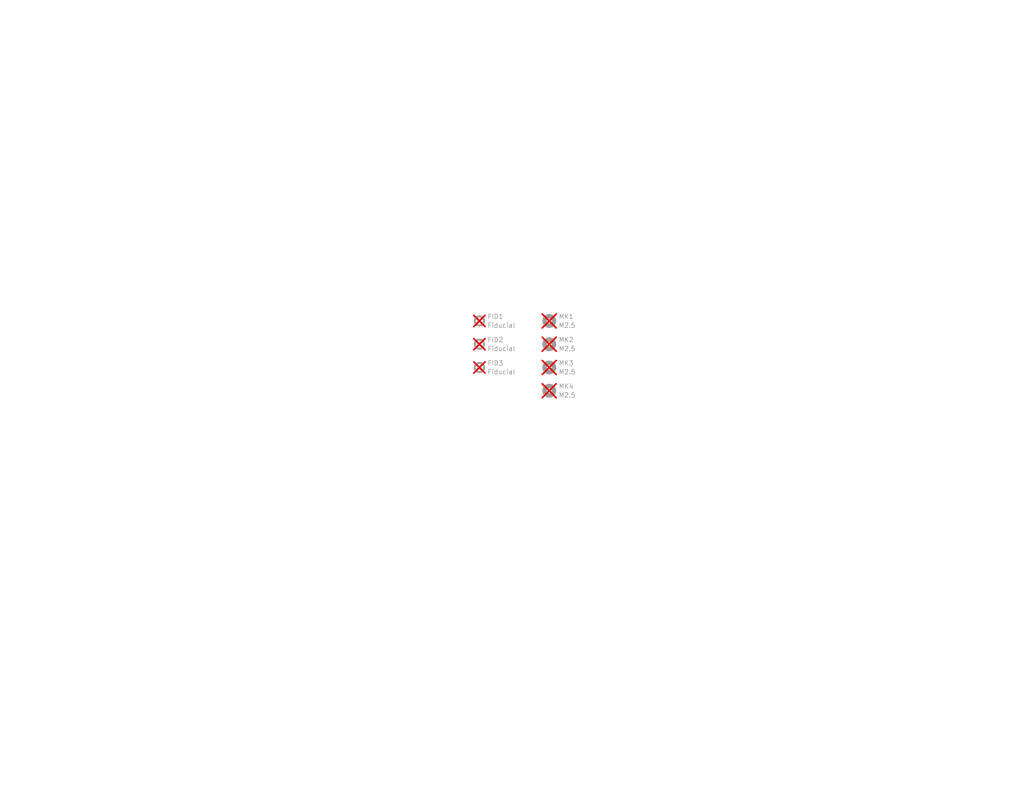
<source format=kicad_sch>
(kicad_sch (version 20250114) (generator "eeschema") (generator_version "9.0")
  (paper "USLetter")
  (lib_symbols
    (symbol "Mechanical:Fiducial" (in_bom no)
      (property "Reference" "FID" (at 0 5.08 0))
      (property "Value" "Fiducial" (at 0 3.175 0))
      (symbol "Fiducial_0_1"
        (circle (center 0 0) (radius 1.27) (stroke (width 0.508)) (fill (type background)))
      )
    )
    (symbol "Mechanical:MountingHole" (pin_names (offset 1.016)) (in_bom no)
      (property "Reference" "H" (at 0 5.08 0))
      (property "Value" "MountingHole" (at 0 3.175 0))
      (symbol "MountingHole_0_1"
        (circle (center 0 0) (radius 1.27) (stroke (width 1.27)))
      )
    )
  )
  (symbol (lib_id "Mechanical:MountingHole") (at 149.86 93.98 0) (unit 1) (in_bom no) (dnp yes)
    (property "Reference" "MK2" (at 152.4 92.7678 0) (effects (justify left)))
    (property "Value" "M2.5" (at 152.4 95.1921 0) (effects (justify left)))
    (property "Footprint" "MountingHole:MountingHole_2.7mm_M2.5" (effects (hide yes)))
    (property "Description" "Mounting Hole without connection" (effects (hide yes)))
  )
  (symbol (lib_id "Mechanical:MountingHole") (at 149.86 100.33 0) (unit 1) (in_bom no) (dnp yes)
    (property "Reference" "MK3" (at 152.4 99.1178 0) (effects (justify left)))
    (property "Value" "M2.5" (at 152.4 101.5421 0) (effects (justify left)))
    (property "Footprint" "MountingHole:MountingHole_2.7mm_M2.5" (effects (hide yes)))
    (property "Description" "Mounting Hole without connection" (effects (hide yes)))
  )
  (symbol (lib_id "Mechanical:MountingHole") (at 149.86 106.68 0) (unit 1) (in_bom no) (dnp yes)
    (property "Reference" "MK4" (at 152.4 105.4678 0) (effects (justify left)))
    (property "Value" "M2.5" (at 152.4 107.8921 0) (effects (justify left)))
    (property "Footprint" "MountingHole:MountingHole_2.7mm_M2.5" (effects (hide yes)))
    (property "Description" "Mounting Hole without connection" (effects (hide yes)))
  )
  (symbol (lib_id "Mechanical:Fiducial") (at 130.81 87.63 0) (unit 1) (in_bom no) (dnp yes)
    (property "Reference" "FID1" (at 132.969 86.4178 0) (effects (justify left)))
    (property "Value" "Fiducial" (at 132.969 88.8421 0) (effects (justify left)))
    (property "Footprint" "Fiducial:Fiducial_1mm_Mask3mm" (effects (hide yes)))
    (property "Description" "Fiducial Marker" (effects (hide yes)))
  )
  (symbol (lib_id "Mechanical:Fiducial") (at 130.81 93.98 0) (unit 1) (in_bom no) (dnp yes)
    (property "Reference" "FID2" (at 132.969 92.7678 0) (effects (justify left)))
    (property "Value" "Fiducial" (at 132.969 95.1921 0) (effects (justify left)))
    (property "Footprint" "Fiducial:Fiducial_1mm_Mask3mm" (effects (hide yes)))
    (property "Description" "Fiducial Marker" (effects (hide yes)))
  )
  (symbol (lib_id "Mechanical:MountingHole") (at 149.86 87.63 0) (unit 1) (in_bom no) (dnp yes)
    (property "Reference" "MK1" (at 152.4 86.4178 0) (effects (justify left)))
    (property "Value" "M2.5" (at 152.4 88.8421 0) (effects (justify left)))
    (property "Footprint" "MountingHole:MountingHole_2.7mm_M2.5" (effects (hide yes)))
    (property "Description" "Mounting Hole without connection" (effects (hide yes)))
  )
  (symbol (lib_id "Mechanical:Fiducial") (at 130.81 100.33 0) (unit 1) (in_bom no) (dnp yes)
    (property "Reference" "FID3" (at 132.969 99.1178 0) (effects (justify left)))
    (property "Value" "Fiducial" (at 132.969 101.5421 0) (effects (justify left)))
    (property "Footprint" "Fiducial:Fiducial_1mm_Mask3mm" (effects (hide yes)))
    (property "Description" "Fiducial Marker" (effects (hide yes)))
  )
)
</source>
